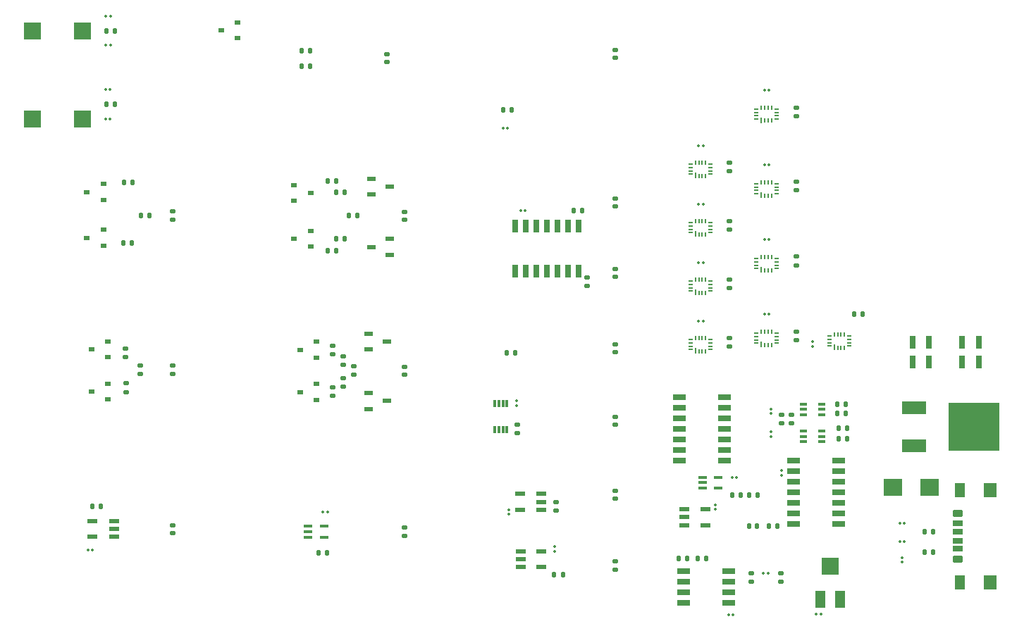
<source format=gbr>
%TF.GenerationSoftware,KiCad,Pcbnew,7.0.5*%
%TF.CreationDate,2023-07-25T13:55:41-04:00*%
%TF.ProjectId,Logic-PCB,4c6f6769-632d-4504-9342-2e6b69636164,rev?*%
%TF.SameCoordinates,Original*%
%TF.FileFunction,Paste,Top*%
%TF.FilePolarity,Positive*%
%FSLAX46Y46*%
G04 Gerber Fmt 4.6, Leading zero omitted, Abs format (unit mm)*
G04 Created by KiCad (PCBNEW 7.0.5) date 2023-07-25 13:55:41*
%MOMM*%
%LPD*%
G01*
G04 APERTURE LIST*
G04 Aperture macros list*
%AMRoundRect*
0 Rectangle with rounded corners*
0 $1 Rounding radius*
0 $2 $3 $4 $5 $6 $7 $8 $9 X,Y pos of 4 corners*
0 Add a 4 corners polygon primitive as box body*
4,1,4,$2,$3,$4,$5,$6,$7,$8,$9,$2,$3,0*
0 Add four circle primitives for the rounded corners*
1,1,$1+$1,$2,$3*
1,1,$1+$1,$4,$5*
1,1,$1+$1,$6,$7*
1,1,$1+$1,$8,$9*
0 Add four rect primitives between the rounded corners*
20,1,$1+$1,$2,$3,$4,$5,0*
20,1,$1+$1,$4,$5,$6,$7,0*
20,1,$1+$1,$6,$7,$8,$9,0*
20,1,$1+$1,$8,$9,$2,$3,0*%
G04 Aperture macros list end*
%ADD10RoundRect,0.135000X0.185000X-0.135000X0.185000X0.135000X-0.185000X0.135000X-0.185000X-0.135000X0*%
%ADD11R,1.050000X0.600000*%
%ADD12R,2.200000X2.150000*%
%ADD13RoundRect,0.147500X0.172500X-0.147500X0.172500X0.147500X-0.172500X0.147500X-0.172500X-0.147500X0*%
%ADD14R,0.700000X0.600000*%
%ADD15RoundRect,0.135000X-0.135000X-0.185000X0.135000X-0.185000X0.135000X0.185000X-0.135000X0.185000X0*%
%ADD16RoundRect,0.135000X0.135000X0.185000X-0.135000X0.185000X-0.135000X-0.185000X0.135000X-0.185000X0*%
%ADD17RoundRect,0.135000X-0.185000X0.135000X-0.185000X-0.135000X0.185000X-0.135000X0.185000X0.135000X0*%
%ADD18R,0.300000X0.850000*%
%ADD19RoundRect,0.067500X-0.067500X-0.067500X0.067500X-0.067500X0.067500X0.067500X-0.067500X0.067500X0*%
%ADD20R,1.525000X0.650000*%
%ADD21RoundRect,0.147500X-0.172500X0.147500X-0.172500X-0.147500X0.172500X-0.147500X0.172500X0.147500X0*%
%ADD22RoundRect,0.067500X0.067500X-0.067500X0.067500X0.067500X-0.067500X0.067500X-0.067500X-0.067500X0*%
%ADD23R,0.200000X0.700000*%
%ADD24R,0.200000X0.600000*%
%ADD25R,0.600000X0.200000*%
%ADD26R,0.650000X1.525000*%
%ADD27R,1.300000X2.000000*%
%ADD28R,2.000000X2.000000*%
%ADD29R,1.200000X0.600000*%
%ADD30RoundRect,0.147500X-0.147500X-0.172500X0.147500X-0.172500X0.147500X0.172500X-0.147500X0.172500X0*%
%ADD31RoundRect,0.067500X-0.067500X0.067500X-0.067500X-0.067500X0.067500X-0.067500X0.067500X0.067500X0*%
%ADD32R,3.000000X1.600000*%
%ADD33R,6.200000X5.800000*%
%ADD34RoundRect,0.050000X-0.550000X0.350000X-0.550000X-0.350000X0.550000X-0.350000X0.550000X0.350000X0*%
%ADD35RoundRect,0.047500X-0.552500X0.332500X-0.552500X-0.332500X0.552500X-0.332500X0.552500X0.332500X0*%
%ADD36RoundRect,0.043750X-0.556250X0.306250X-0.556250X-0.306250X0.556250X-0.306250X0.556250X0.306250X0*%
%ADD37RoundRect,0.043750X0.556250X-0.306250X0.556250X0.306250X-0.556250X0.306250X-0.556250X-0.306250X0*%
%ADD38RoundRect,0.047500X0.552500X-0.332500X0.552500X0.332500X-0.552500X0.332500X-0.552500X-0.332500X0*%
%ADD39RoundRect,0.050000X0.550000X-0.350000X0.550000X0.350000X-0.550000X0.350000X-0.550000X-0.350000X0*%
%ADD40RoundRect,0.075000X0.525000X-0.775000X0.525000X0.775000X-0.525000X0.775000X-0.525000X-0.775000X0*%
%ADD41RoundRect,0.100000X0.700000X-0.750000X0.700000X0.750000X-0.700000X0.750000X-0.700000X-0.750000X0*%
%ADD42R,1.528000X0.650000*%
%ADD43R,1.150000X0.600000*%
%ADD44RoundRect,0.067500X0.067500X0.067500X-0.067500X0.067500X-0.067500X-0.067500X0.067500X-0.067500X0*%
%ADD45RoundRect,0.147500X0.147500X0.172500X-0.147500X0.172500X-0.147500X-0.172500X0.147500X-0.172500X0*%
%ADD46R,0.950000X0.450000*%
%ADD47R,1.050000X0.400000*%
%ADD48R,0.800000X1.600000*%
G04 APERTURE END LIST*
D10*
%TO.C,R44*%
X117080000Y-50250000D03*
X117080000Y-49230000D03*
%TD*%
D11*
%TO.C,Q10*%
X65620000Y-58470000D03*
X65620000Y-60370000D03*
X67820000Y-59420000D03*
%TD*%
D12*
%TO.C,D10*%
X128630000Y-76940000D03*
X133030000Y-76940000D03*
%TD*%
D13*
%TO.C,D6*%
X95280000Y-78355000D03*
X95280000Y-77385000D03*
%TD*%
D14*
%TO.C,Q8*%
X58700000Y-48030000D03*
X58700000Y-46130000D03*
X56700000Y-47080000D03*
%TD*%
D15*
%TO.C,R7*%
X61740000Y-41470000D03*
X62760000Y-41470000D03*
%TD*%
D14*
%TO.C,Q4*%
X34360000Y-61320000D03*
X34360000Y-59420000D03*
X32360000Y-60370000D03*
%TD*%
D16*
%TO.C,R3*%
X37210000Y-47600000D03*
X36190000Y-47600000D03*
%TD*%
D10*
%TO.C,R39*%
X109000000Y-52976666D03*
X109000000Y-51956666D03*
%TD*%
D17*
%TO.C,R20*%
X61330000Y-64930000D03*
X61330000Y-65950000D03*
%TD*%
D10*
%TO.C,R41*%
X117080000Y-41270000D03*
X117080000Y-40250000D03*
%TD*%
D13*
%TO.C,D5*%
X95280000Y-43205000D03*
X95280000Y-42235000D03*
%TD*%
D18*
%TO.C,IC1*%
X80780000Y-70055000D03*
X81280000Y-70055000D03*
X81780000Y-70055000D03*
X82280000Y-70055000D03*
X82280000Y-66905000D03*
X81780000Y-66905000D03*
X81280000Y-66905000D03*
X80780000Y-66905000D03*
%TD*%
D10*
%TO.C,R40*%
X109000000Y-38910000D03*
X109000000Y-37890000D03*
%TD*%
D19*
%TO.C,C12*%
X34085000Y-23812428D03*
X34635000Y-23812428D03*
%TD*%
D20*
%TO.C,IC7*%
X103008000Y-66090000D03*
X103008000Y-67360000D03*
X103008000Y-68630000D03*
X103008000Y-69900000D03*
X103008000Y-71170000D03*
X103008000Y-72440000D03*
X103008000Y-73710000D03*
X108432000Y-73710000D03*
X108432000Y-72440000D03*
X108432000Y-71170000D03*
X108432000Y-69900000D03*
X108432000Y-68630000D03*
X108432000Y-67360000D03*
X108432000Y-66090000D03*
%TD*%
D21*
%TO.C,D13*%
X69940000Y-81827500D03*
X69940000Y-82797500D03*
%TD*%
D22*
%TO.C,C21*%
X114000000Y-70855000D03*
X114000000Y-70305000D03*
%TD*%
D16*
%TO.C,R34*%
X110346250Y-77920000D03*
X109326250Y-77920000D03*
%TD*%
D19*
%TO.C,C29*%
X105315000Y-57000000D03*
X105865000Y-57000000D03*
%TD*%
D22*
%TO.C,C20*%
X107330000Y-79615000D03*
X107330000Y-79065000D03*
%TD*%
D23*
%TO.C,IC19*%
X104940000Y-39460000D03*
D24*
X105340000Y-39510000D03*
X105740000Y-39510000D03*
X106140000Y-39510000D03*
D25*
X106740000Y-39310000D03*
X106740000Y-38910000D03*
X106740000Y-38510000D03*
X106740000Y-38110000D03*
D24*
X106140000Y-37910000D03*
X105740000Y-37910000D03*
X105340000Y-37910000D03*
X104940000Y-37910000D03*
D25*
X104340000Y-38110000D03*
X104340000Y-38510000D03*
X104340000Y-38910000D03*
X104340000Y-39310000D03*
%TD*%
D17*
%TO.C,R2*%
X36480000Y-60290000D03*
X36480000Y-61310000D03*
%TD*%
D16*
%TO.C,R28*%
X35170000Y-30900000D03*
X34150000Y-30900000D03*
%TD*%
%TO.C,R14*%
X88980000Y-87460000D03*
X87960000Y-87460000D03*
%TD*%
D26*
%TO.C,IC2*%
X83300000Y-51002000D03*
X84570000Y-51002000D03*
X85840000Y-51002000D03*
X87110000Y-51002000D03*
X88380000Y-51002000D03*
X89650000Y-51002000D03*
X90920000Y-51002000D03*
X90920000Y-45578000D03*
X89650000Y-45578000D03*
X88380000Y-45578000D03*
X87110000Y-45578000D03*
X85840000Y-45578000D03*
X84570000Y-45578000D03*
X83300000Y-45578000D03*
%TD*%
D11*
%TO.C,Q5*%
X66020000Y-39870000D03*
X66020000Y-41770000D03*
X68220000Y-40820000D03*
%TD*%
D19*
%TO.C,C1*%
X83905000Y-43670000D03*
X84455000Y-43670000D03*
%TD*%
D16*
%TO.C,R10*%
X61740000Y-48500000D03*
X60720000Y-48500000D03*
%TD*%
D11*
%TO.C,Q9*%
X65620000Y-65630000D03*
X65620000Y-67530000D03*
X67820000Y-66580000D03*
%TD*%
D16*
%TO.C,R30*%
X106190000Y-85470000D03*
X105170000Y-85470000D03*
%TD*%
D27*
%TO.C,VR1*%
X122260000Y-90420000D03*
D28*
X121110000Y-86420000D03*
D27*
X119960000Y-90420000D03*
%TD*%
D23*
%TO.C,IC13*%
X112840000Y-32840000D03*
D24*
X113240000Y-32890000D03*
X113640000Y-32890000D03*
X114040000Y-32890000D03*
D25*
X114640000Y-32690000D03*
X114640000Y-32290000D03*
X114640000Y-31890000D03*
X114640000Y-31490000D03*
D24*
X114040000Y-31290000D03*
X113640000Y-31290000D03*
X113240000Y-31290000D03*
X112840000Y-31290000D03*
D25*
X112240000Y-31490000D03*
X112240000Y-31890000D03*
X112240000Y-32290000D03*
X112240000Y-32690000D03*
%TD*%
D19*
%TO.C,C14*%
X81795000Y-33810000D03*
X82345000Y-33810000D03*
%TD*%
D11*
%TO.C,Q6*%
X68190000Y-49000000D03*
X68190000Y-47100000D03*
X65990000Y-48050000D03*
%TD*%
D15*
%TO.C,R17*%
X32450000Y-79260000D03*
X33470000Y-79260000D03*
%TD*%
D10*
%TO.C,R42*%
X109000000Y-45943333D03*
X109000000Y-44923333D03*
%TD*%
D14*
%TO.C,Q7*%
X56700000Y-40610000D03*
X56700000Y-42510000D03*
X58700000Y-41560000D03*
%TD*%
D13*
%TO.C,D3*%
X95280000Y-60735000D03*
X95280000Y-59765000D03*
%TD*%
D29*
%TO.C,IC3*%
X83900000Y-84630000D03*
X83900000Y-85580000D03*
X83900000Y-86530000D03*
X86400000Y-86530000D03*
X86400000Y-84630000D03*
%TD*%
D16*
%TO.C,R8*%
X61740000Y-40100000D03*
X60720000Y-40100000D03*
%TD*%
D15*
%TO.C,R25*%
X59615000Y-84860000D03*
X60635000Y-84860000D03*
%TD*%
D14*
%TO.C,Q13*%
X49928626Y-22974000D03*
X49928626Y-21074000D03*
X47928626Y-22024000D03*
%TD*%
D15*
%TO.C,R24*%
X57636626Y-26360000D03*
X58656626Y-26360000D03*
%TD*%
D17*
%TO.C,R21*%
X62595000Y-61240000D03*
X62595000Y-62260000D03*
%TD*%
D16*
%TO.C,R36*%
X123160000Y-71090000D03*
X122140000Y-71090000D03*
%TD*%
D23*
%TO.C,IC17*%
X112840000Y-59780000D03*
D24*
X113240000Y-59830000D03*
X113640000Y-59830000D03*
X114040000Y-59830000D03*
D25*
X114640000Y-59630000D03*
X114640000Y-59230000D03*
X114640000Y-58830000D03*
X114640000Y-58430000D03*
D24*
X114040000Y-58230000D03*
X113640000Y-58230000D03*
X113240000Y-58230000D03*
X112840000Y-58230000D03*
D25*
X112240000Y-58430000D03*
X112240000Y-58830000D03*
X112240000Y-59230000D03*
X112240000Y-59630000D03*
%TD*%
D30*
%TO.C,D18*%
X121990000Y-68110000D03*
X122960000Y-68110000D03*
%TD*%
D15*
%TO.C,R23*%
X57636626Y-24454000D03*
X58656626Y-24454000D03*
%TD*%
%TO.C,R11*%
X82280000Y-60760000D03*
X83300000Y-60760000D03*
%TD*%
D14*
%TO.C,Q12*%
X59410000Y-61360000D03*
X59410000Y-59460000D03*
X57410000Y-60410000D03*
%TD*%
D19*
%TO.C,C22*%
X109325000Y-75750000D03*
X109875000Y-75750000D03*
%TD*%
D31*
%TO.C,C2*%
X82470000Y-79635000D03*
X82470000Y-80185000D03*
%TD*%
D28*
%TO.C,SW2*%
X25300000Y-32660000D03*
X31300000Y-32660000D03*
%TD*%
D32*
%TO.C,IC6*%
X131190000Y-67385000D03*
D33*
X138370000Y-69670000D03*
D32*
X131190000Y-71955000D03*
%TD*%
D19*
%TO.C,C10*%
X34085000Y-20307572D03*
X34635000Y-20307572D03*
%TD*%
D21*
%TO.C,D12*%
X67865626Y-24890400D03*
X67865626Y-25860400D03*
%TD*%
D34*
%TO.C,U2*%
X136420000Y-85580000D03*
D35*
X136420000Y-84350000D03*
D36*
X136420000Y-83370000D03*
D37*
X136420000Y-82290000D03*
D38*
X136420000Y-81310000D03*
D39*
X136420000Y-80080000D03*
D40*
X136710000Y-88350000D03*
X136710000Y-77310000D03*
D41*
X140310000Y-88350000D03*
X140310000Y-77310000D03*
%TD*%
D17*
%TO.C,R1*%
X36500000Y-64470000D03*
X36500000Y-65490000D03*
%TD*%
D10*
%TO.C,R15*%
X88170000Y-79730000D03*
X88170000Y-78710000D03*
%TD*%
D13*
%TO.C,D14*%
X95280000Y-25345000D03*
X95280000Y-24375000D03*
%TD*%
D19*
%TO.C,C13*%
X34055000Y-32660000D03*
X34605000Y-32660000D03*
%TD*%
D42*
%TO.C,IC8*%
X103499000Y-87065000D03*
X103499000Y-88335000D03*
X103499000Y-89605000D03*
X103499000Y-90875000D03*
X108921000Y-90875000D03*
X108921000Y-89605000D03*
X108921000Y-88335000D03*
X108921000Y-87065000D03*
%TD*%
D29*
%TO.C,IC4*%
X86390000Y-79660000D03*
X86390000Y-78710000D03*
X86390000Y-77760000D03*
X83890000Y-77760000D03*
X83890000Y-79660000D03*
%TD*%
D21*
%TO.C,D20*%
X115280000Y-68272500D03*
X115280000Y-69242500D03*
%TD*%
D10*
%TO.C,R38*%
X117080000Y-59230000D03*
X117080000Y-58210000D03*
%TD*%
%TO.C,R47*%
X91930000Y-52720000D03*
X91930000Y-51700000D03*
%TD*%
%TO.C,R43*%
X117080000Y-32310000D03*
X117080000Y-31290000D03*
%TD*%
D22*
%TO.C,C7*%
X129755000Y-85938000D03*
X129755000Y-85388000D03*
%TD*%
D10*
%TO.C,R37*%
X116420000Y-69250000D03*
X116420000Y-68230000D03*
%TD*%
D20*
%TO.C,IC9*%
X116740000Y-73710000D03*
X116740000Y-74980000D03*
X116740000Y-76250000D03*
X116740000Y-77520000D03*
X116740000Y-78790000D03*
X116740000Y-80060000D03*
X116740000Y-81330000D03*
X122164000Y-81330000D03*
X122164000Y-80060000D03*
X122164000Y-78790000D03*
X122164000Y-77520000D03*
X122164000Y-76250000D03*
X122164000Y-74980000D03*
X122164000Y-73710000D03*
%TD*%
D43*
%TO.C,U1*%
X35052000Y-82926000D03*
X35052000Y-81976000D03*
X35052000Y-81026000D03*
X32452000Y-81026000D03*
X32452000Y-82926000D03*
%TD*%
D14*
%TO.C,Q1*%
X33810000Y-47900000D03*
X33810000Y-46000000D03*
X31810000Y-46950000D03*
%TD*%
D44*
%TO.C,C15*%
X119985000Y-92210000D03*
X119435000Y-92210000D03*
%TD*%
D13*
%TO.C,D7*%
X95280000Y-86857500D03*
X95280000Y-85887500D03*
%TD*%
D22*
%TO.C,C4*%
X83460000Y-67105000D03*
X83460000Y-66555000D03*
%TD*%
D28*
%TO.C,SW1*%
X25300000Y-22060000D03*
X31300000Y-22060000D03*
%TD*%
D16*
%TO.C,R46*%
X125020000Y-56150000D03*
X124000000Y-56150000D03*
%TD*%
%TO.C,R12*%
X64320000Y-44300000D03*
X63300000Y-44300000D03*
%TD*%
D19*
%TO.C,C26*%
X113215000Y-56110000D03*
X113765000Y-56110000D03*
%TD*%
D10*
%TO.C,R31*%
X111640000Y-88330000D03*
X111640000Y-87310000D03*
%TD*%
D19*
%TO.C,C30*%
X113215000Y-47156666D03*
X113765000Y-47156666D03*
%TD*%
D23*
%TO.C,IC15*%
X104940000Y-60550000D03*
D24*
X105340000Y-60600000D03*
X105740000Y-60600000D03*
X106140000Y-60600000D03*
D25*
X106740000Y-60400000D03*
X106740000Y-60000000D03*
X106740000Y-59600000D03*
X106740000Y-59200000D03*
D24*
X106140000Y-59000000D03*
X105740000Y-59000000D03*
X105340000Y-59000000D03*
X104940000Y-59000000D03*
D25*
X104340000Y-59200000D03*
X104340000Y-59600000D03*
X104340000Y-60000000D03*
X104340000Y-60400000D03*
%TD*%
D19*
%TO.C,C24*%
X105315000Y-35910000D03*
X105865000Y-35910000D03*
%TD*%
D45*
%TO.C,D17*%
X112363750Y-77920000D03*
X111393750Y-77920000D03*
%TD*%
D10*
%TO.C,R22*%
X63860000Y-63390000D03*
X63860000Y-62370000D03*
%TD*%
D17*
%TO.C,R5*%
X38230000Y-62350000D03*
X38230000Y-63370000D03*
%TD*%
D46*
%TO.C,IC10*%
X120097500Y-68230000D03*
X120097500Y-67580000D03*
X120097500Y-66930000D03*
X117897500Y-66930000D03*
X117897500Y-67580000D03*
X117897500Y-68230000D03*
%TD*%
D44*
%TO.C,C9*%
X60730000Y-79900000D03*
X60180000Y-79900000D03*
%TD*%
D30*
%TO.C,D19*%
X122165000Y-69890000D03*
X123135000Y-69890000D03*
%TD*%
D44*
%TO.C,C5*%
X32475000Y-84510000D03*
X31925000Y-84510000D03*
%TD*%
D23*
%TO.C,IC20*%
X112840000Y-41820000D03*
D24*
X113240000Y-41870000D03*
X113640000Y-41870000D03*
X114040000Y-41870000D03*
D25*
X114640000Y-41670000D03*
X114640000Y-41270000D03*
X114640000Y-40870000D03*
X114640000Y-40470000D03*
D24*
X114040000Y-40270000D03*
X113640000Y-40270000D03*
X113240000Y-40270000D03*
X112840000Y-40270000D03*
D25*
X112240000Y-40470000D03*
X112240000Y-40870000D03*
X112240000Y-41270000D03*
X112240000Y-41670000D03*
%TD*%
D13*
%TO.C,D8*%
X42110000Y-82465000D03*
X42110000Y-81495000D03*
%TD*%
%TO.C,D2*%
X42110000Y-44775000D03*
X42110000Y-43805000D03*
%TD*%
D16*
%TO.C,R13*%
X91300000Y-43720000D03*
X90280000Y-43720000D03*
%TD*%
D19*
%TO.C,C28*%
X113215000Y-38203333D03*
X113765000Y-38203333D03*
%TD*%
%TO.C,C27*%
X105315000Y-49970000D03*
X105865000Y-49970000D03*
%TD*%
D15*
%TO.C,R33*%
X113750000Y-81580000D03*
X114770000Y-81580000D03*
%TD*%
D31*
%TO.C,C19*%
X114000000Y-67555000D03*
X114000000Y-68105000D03*
%TD*%
D21*
%TO.C,D21*%
X95280000Y-68457500D03*
X95280000Y-69427500D03*
%TD*%
D23*
%TO.C,IC16*%
X121600000Y-60120000D03*
D24*
X122000000Y-60170000D03*
X122400000Y-60170000D03*
X122800000Y-60170000D03*
D25*
X123400000Y-59970000D03*
X123400000Y-59570000D03*
X123400000Y-59170000D03*
X123400000Y-58770000D03*
D24*
X122800000Y-58570000D03*
X122400000Y-58570000D03*
X122000000Y-58570000D03*
X121600000Y-58570000D03*
D25*
X121000000Y-58770000D03*
X121000000Y-59170000D03*
X121000000Y-59570000D03*
X121000000Y-59970000D03*
%TD*%
D14*
%TO.C,Q11*%
X59410000Y-66440000D03*
X59410000Y-64540000D03*
X57410000Y-65490000D03*
%TD*%
D23*
%TO.C,IC21*%
X104940000Y-53520000D03*
D24*
X105340000Y-53570000D03*
X105740000Y-53570000D03*
X106140000Y-53570000D03*
D25*
X106740000Y-53370000D03*
X106740000Y-52970000D03*
X106740000Y-52570000D03*
X106740000Y-52170000D03*
D24*
X106140000Y-51970000D03*
X105740000Y-51970000D03*
X105340000Y-51970000D03*
X104940000Y-51970000D03*
D25*
X104340000Y-52170000D03*
X104340000Y-52570000D03*
X104340000Y-52970000D03*
X104340000Y-53370000D03*
%TD*%
D16*
%TO.C,R35*%
X122955000Y-66930000D03*
X121935000Y-66930000D03*
%TD*%
D14*
%TO.C,Q2*%
X33782000Y-42408000D03*
X33782000Y-40508000D03*
X31782000Y-41458000D03*
%TD*%
D19*
%TO.C,C11*%
X34055000Y-29140000D03*
X34605000Y-29140000D03*
%TD*%
D47*
%TO.C,IC5*%
X58380000Y-81630000D03*
X58380000Y-82280000D03*
X58380000Y-82930000D03*
X60280000Y-82930000D03*
X60280000Y-81630000D03*
%TD*%
D10*
%TO.C,R45*%
X109000000Y-60010000D03*
X109000000Y-58990000D03*
%TD*%
D31*
%TO.C,C16*%
X115300000Y-74945000D03*
X115300000Y-75495000D03*
%TD*%
D19*
%TO.C,C17*%
X108895000Y-92290000D03*
X109445000Y-92290000D03*
%TD*%
%TO.C,C25*%
X105315000Y-42940000D03*
X105865000Y-42940000D03*
%TD*%
D14*
%TO.C,Q3*%
X34360000Y-66400000D03*
X34360000Y-64500000D03*
X32360000Y-65450000D03*
%TD*%
D47*
%TO.C,IC12*%
X105760000Y-75750000D03*
X105760000Y-76400000D03*
X105760000Y-77050000D03*
X107660000Y-77050000D03*
X107660000Y-75750000D03*
%TD*%
D19*
%TO.C,C18*%
X113090000Y-87310000D03*
X113640000Y-87310000D03*
%TD*%
D44*
%TO.C,C6*%
X130035000Y-83480000D03*
X129485000Y-83480000D03*
%TD*%
D22*
%TO.C,C3*%
X88010000Y-84655000D03*
X88010000Y-84105000D03*
%TD*%
D10*
%TO.C,R32*%
X115160000Y-88330000D03*
X115160000Y-87310000D03*
%TD*%
D17*
%TO.C,R48*%
X83530000Y-69430000D03*
X83530000Y-70450000D03*
%TD*%
D21*
%TO.C,D9*%
X95280000Y-50695000D03*
X95280000Y-51665000D03*
%TD*%
D17*
%TO.C,R19*%
X61330000Y-59930000D03*
X61330000Y-60950000D03*
%TD*%
D44*
%TO.C,C8*%
X130035000Y-81297000D03*
X129485000Y-81297000D03*
%TD*%
D16*
%TO.C,R29*%
X82840000Y-31600000D03*
X81820000Y-31600000D03*
%TD*%
D46*
%TO.C,IC11*%
X120100000Y-71475000D03*
X120100000Y-70825000D03*
X120100000Y-70175000D03*
X117900000Y-70175000D03*
X117900000Y-70825000D03*
X117900000Y-71475000D03*
%TD*%
D23*
%TO.C,IC18*%
X104940000Y-46490000D03*
D24*
X105340000Y-46540000D03*
X105740000Y-46540000D03*
X106140000Y-46540000D03*
D25*
X106740000Y-46340000D03*
X106740000Y-45940000D03*
X106740000Y-45540000D03*
X106740000Y-45140000D03*
D24*
X106140000Y-44940000D03*
X105740000Y-44940000D03*
X105340000Y-44940000D03*
X104940000Y-44940000D03*
D25*
X104340000Y-45140000D03*
X104340000Y-45540000D03*
X104340000Y-45940000D03*
X104340000Y-46340000D03*
%TD*%
D30*
%TO.C,D16*%
X111370000Y-81580000D03*
X112340000Y-81580000D03*
%TD*%
D16*
%TO.C,R27*%
X35200000Y-22060000D03*
X34180000Y-22060000D03*
%TD*%
D29*
%TO.C,U3*%
X103580000Y-79590000D03*
X103580000Y-80540000D03*
X103580000Y-81490000D03*
X106080000Y-81490000D03*
X106080000Y-79590000D03*
%TD*%
D13*
%TO.C,D4*%
X69940000Y-44800000D03*
X69940000Y-43830000D03*
%TD*%
D10*
%TO.C,R18*%
X62580000Y-64840000D03*
X62580000Y-63820000D03*
%TD*%
D22*
%TO.C,C31*%
X118980000Y-60000000D03*
X118980000Y-59450000D03*
%TD*%
D19*
%TO.C,C23*%
X113215000Y-29250000D03*
X113765000Y-29250000D03*
%TD*%
D30*
%TO.C,D15*%
X102940000Y-85470000D03*
X103910000Y-85470000D03*
%TD*%
D15*
%TO.C,R16*%
X132430000Y-84730000D03*
X133450000Y-84730000D03*
%TD*%
D16*
%TO.C,R4*%
X37300000Y-40300000D03*
X36280000Y-40300000D03*
%TD*%
D13*
%TO.C,D1*%
X42110000Y-63315000D03*
X42110000Y-62345000D03*
%TD*%
%TO.C,D11*%
X69950000Y-63445000D03*
X69950000Y-62475000D03*
%TD*%
D15*
%TO.C,R26*%
X132450000Y-82280000D03*
X133470000Y-82280000D03*
%TD*%
D16*
%TO.C,R6*%
X39320000Y-44310000D03*
X38300000Y-44310000D03*
%TD*%
D15*
%TO.C,R9*%
X61740000Y-47090000D03*
X62760000Y-47090000D03*
%TD*%
D48*
%TO.C,S1*%
X130980000Y-61900000D03*
X132980000Y-61900000D03*
X136980000Y-61900000D03*
X138980000Y-61900000D03*
X130980000Y-59500000D03*
X132980000Y-59500000D03*
X136980000Y-59500000D03*
X138980000Y-59500000D03*
%TD*%
D23*
%TO.C,IC14*%
X112840000Y-50800000D03*
D24*
X113240000Y-50850000D03*
X113640000Y-50850000D03*
X114040000Y-50850000D03*
D25*
X114640000Y-50650000D03*
X114640000Y-50250000D03*
X114640000Y-49850000D03*
X114640000Y-49450000D03*
D24*
X114040000Y-49250000D03*
X113640000Y-49250000D03*
X113240000Y-49250000D03*
X112840000Y-49250000D03*
D25*
X112240000Y-49450000D03*
X112240000Y-49850000D03*
X112240000Y-50250000D03*
X112240000Y-50650000D03*
%TD*%
M02*

</source>
